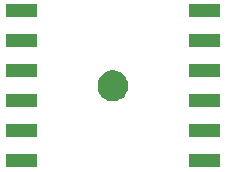
<source format=gbr>
G04 #@! TF.GenerationSoftware,KiCad,Pcbnew,5.1.5-52549c5~84~ubuntu18.04.1*
G04 #@! TF.CreationDate,2020-03-23T20:50:24+05:30*
G04 #@! TF.ProjectId,L80_adapter,4c38305f-6164-4617-9074-65722e6b6963,rev?*
G04 #@! TF.SameCoordinates,Original*
G04 #@! TF.FileFunction,Soldermask,Top*
G04 #@! TF.FilePolarity,Negative*
%FSLAX46Y46*%
G04 Gerber Fmt 4.6, Leading zero omitted, Abs format (unit mm)*
G04 Created by KiCad (PCBNEW 5.1.5-52549c5~84~ubuntu18.04.1) date 2020-03-23 20:50:24*
%MOMM*%
%LPD*%
G04 APERTURE LIST*
%ADD10C,0.100000*%
G04 APERTURE END LIST*
D10*
G36*
X93542674Y-105799789D02*
G01*
X93544471Y-105800335D01*
X93546129Y-105801221D01*
X93547585Y-105802415D01*
X93548779Y-105803871D01*
X93549665Y-105805529D01*
X93550211Y-105807326D01*
X93551000Y-105815341D01*
X93551000Y-106884659D01*
X93550211Y-106892674D01*
X93549665Y-106894471D01*
X93548779Y-106896129D01*
X93547585Y-106897585D01*
X93546129Y-106898779D01*
X93544471Y-106899665D01*
X93542674Y-106900211D01*
X93534659Y-106901000D01*
X90965341Y-106901000D01*
X90957326Y-106900211D01*
X90955529Y-106899665D01*
X90953871Y-106898779D01*
X90952415Y-106897585D01*
X90951221Y-106896129D01*
X90950335Y-106894471D01*
X90949789Y-106892674D01*
X90949000Y-106884659D01*
X90949000Y-105815341D01*
X90949789Y-105807326D01*
X90950335Y-105805529D01*
X90951221Y-105803871D01*
X90952415Y-105802415D01*
X90953871Y-105801221D01*
X90955529Y-105800335D01*
X90957326Y-105799789D01*
X90965341Y-105799000D01*
X93534659Y-105799000D01*
X93542674Y-105799789D01*
G37*
G36*
X109042674Y-105799789D02*
G01*
X109044471Y-105800335D01*
X109046129Y-105801221D01*
X109047585Y-105802415D01*
X109048779Y-105803871D01*
X109049665Y-105805529D01*
X109050211Y-105807326D01*
X109051000Y-105815341D01*
X109051000Y-106884659D01*
X109050211Y-106892674D01*
X109049665Y-106894471D01*
X109048779Y-106896129D01*
X109047585Y-106897585D01*
X109046129Y-106898779D01*
X109044471Y-106899665D01*
X109042674Y-106900211D01*
X109034659Y-106901000D01*
X106465341Y-106901000D01*
X106457326Y-106900211D01*
X106455529Y-106899665D01*
X106453871Y-106898779D01*
X106452415Y-106897585D01*
X106451221Y-106896129D01*
X106450335Y-106894471D01*
X106449789Y-106892674D01*
X106449000Y-106884659D01*
X106449000Y-105815341D01*
X106449789Y-105807326D01*
X106450335Y-105805529D01*
X106451221Y-105803871D01*
X106452415Y-105802415D01*
X106453871Y-105801221D01*
X106455529Y-105800335D01*
X106457326Y-105799789D01*
X106465341Y-105799000D01*
X109034659Y-105799000D01*
X109042674Y-105799789D01*
G37*
G36*
X109042674Y-103259789D02*
G01*
X109044471Y-103260335D01*
X109046129Y-103261221D01*
X109047585Y-103262415D01*
X109048779Y-103263871D01*
X109049665Y-103265529D01*
X109050211Y-103267326D01*
X109051000Y-103275341D01*
X109051000Y-104344659D01*
X109050211Y-104352674D01*
X109049665Y-104354471D01*
X109048779Y-104356129D01*
X109047585Y-104357585D01*
X109046129Y-104358779D01*
X109044471Y-104359665D01*
X109042674Y-104360211D01*
X109034659Y-104361000D01*
X106465341Y-104361000D01*
X106457326Y-104360211D01*
X106455529Y-104359665D01*
X106453871Y-104358779D01*
X106452415Y-104357585D01*
X106451221Y-104356129D01*
X106450335Y-104354471D01*
X106449789Y-104352674D01*
X106449000Y-104344659D01*
X106449000Y-103275341D01*
X106449789Y-103267326D01*
X106450335Y-103265529D01*
X106451221Y-103263871D01*
X106452415Y-103262415D01*
X106453871Y-103261221D01*
X106455529Y-103260335D01*
X106457326Y-103259789D01*
X106465341Y-103259000D01*
X109034659Y-103259000D01*
X109042674Y-103259789D01*
G37*
G36*
X93542674Y-103259789D02*
G01*
X93544471Y-103260335D01*
X93546129Y-103261221D01*
X93547585Y-103262415D01*
X93548779Y-103263871D01*
X93549665Y-103265529D01*
X93550211Y-103267326D01*
X93551000Y-103275341D01*
X93551000Y-104344659D01*
X93550211Y-104352674D01*
X93549665Y-104354471D01*
X93548779Y-104356129D01*
X93547585Y-104357585D01*
X93546129Y-104358779D01*
X93544471Y-104359665D01*
X93542674Y-104360211D01*
X93534659Y-104361000D01*
X90965341Y-104361000D01*
X90957326Y-104360211D01*
X90955529Y-104359665D01*
X90953871Y-104358779D01*
X90952415Y-104357585D01*
X90951221Y-104356129D01*
X90950335Y-104354471D01*
X90949789Y-104352674D01*
X90949000Y-104344659D01*
X90949000Y-103275341D01*
X90949789Y-103267326D01*
X90950335Y-103265529D01*
X90951221Y-103263871D01*
X90952415Y-103262415D01*
X90953871Y-103261221D01*
X90955529Y-103260335D01*
X90957326Y-103259789D01*
X90965341Y-103259000D01*
X93534659Y-103259000D01*
X93542674Y-103259789D01*
G37*
G36*
X109042674Y-100719789D02*
G01*
X109044471Y-100720335D01*
X109046129Y-100721221D01*
X109047585Y-100722415D01*
X109048779Y-100723871D01*
X109049665Y-100725529D01*
X109050211Y-100727326D01*
X109051000Y-100735341D01*
X109051000Y-101804659D01*
X109050211Y-101812674D01*
X109049665Y-101814471D01*
X109048779Y-101816129D01*
X109047585Y-101817585D01*
X109046129Y-101818779D01*
X109044471Y-101819665D01*
X109042674Y-101820211D01*
X109034659Y-101821000D01*
X106465341Y-101821000D01*
X106457326Y-101820211D01*
X106455529Y-101819665D01*
X106453871Y-101818779D01*
X106452415Y-101817585D01*
X106451221Y-101816129D01*
X106450335Y-101814471D01*
X106449789Y-101812674D01*
X106449000Y-101804659D01*
X106449000Y-100735341D01*
X106449789Y-100727326D01*
X106450335Y-100725529D01*
X106451221Y-100723871D01*
X106452415Y-100722415D01*
X106453871Y-100721221D01*
X106455529Y-100720335D01*
X106457326Y-100719789D01*
X106465341Y-100719000D01*
X109034659Y-100719000D01*
X109042674Y-100719789D01*
G37*
G36*
X93542674Y-100719789D02*
G01*
X93544471Y-100720335D01*
X93546129Y-100721221D01*
X93547585Y-100722415D01*
X93548779Y-100723871D01*
X93549665Y-100725529D01*
X93550211Y-100727326D01*
X93551000Y-100735341D01*
X93551000Y-101804659D01*
X93550211Y-101812674D01*
X93549665Y-101814471D01*
X93548779Y-101816129D01*
X93547585Y-101817585D01*
X93546129Y-101818779D01*
X93544471Y-101819665D01*
X93542674Y-101820211D01*
X93534659Y-101821000D01*
X90965341Y-101821000D01*
X90957326Y-101820211D01*
X90955529Y-101819665D01*
X90953871Y-101818779D01*
X90952415Y-101817585D01*
X90951221Y-101816129D01*
X90950335Y-101814471D01*
X90949789Y-101812674D01*
X90949000Y-101804659D01*
X90949000Y-100735341D01*
X90949789Y-100727326D01*
X90950335Y-100725529D01*
X90951221Y-100723871D01*
X90952415Y-100722415D01*
X90953871Y-100721221D01*
X90955529Y-100720335D01*
X90957326Y-100719789D01*
X90965341Y-100719000D01*
X93534659Y-100719000D01*
X93542674Y-100719789D01*
G37*
G36*
X100379487Y-98748996D02*
G01*
X100616253Y-98847068D01*
X100616255Y-98847069D01*
X100829339Y-98989447D01*
X101010553Y-99170661D01*
X101082865Y-99278883D01*
X101152932Y-99383747D01*
X101251004Y-99620513D01*
X101301000Y-99871861D01*
X101301000Y-100128139D01*
X101251004Y-100379487D01*
X101152932Y-100616253D01*
X101152931Y-100616255D01*
X101010553Y-100829339D01*
X100829339Y-101010553D01*
X100616255Y-101152931D01*
X100616254Y-101152932D01*
X100616253Y-101152932D01*
X100379487Y-101251004D01*
X100128139Y-101301000D01*
X99871861Y-101301000D01*
X99620513Y-101251004D01*
X99383747Y-101152932D01*
X99383746Y-101152932D01*
X99383745Y-101152931D01*
X99170661Y-101010553D01*
X98989447Y-100829339D01*
X98847069Y-100616255D01*
X98847068Y-100616253D01*
X98748996Y-100379487D01*
X98699000Y-100128139D01*
X98699000Y-99871861D01*
X98748996Y-99620513D01*
X98847068Y-99383747D01*
X98917136Y-99278883D01*
X98989447Y-99170661D01*
X99170661Y-98989447D01*
X99383745Y-98847069D01*
X99383747Y-98847068D01*
X99620513Y-98748996D01*
X99871861Y-98699000D01*
X100128139Y-98699000D01*
X100379487Y-98748996D01*
G37*
G36*
X93542674Y-98179789D02*
G01*
X93544471Y-98180335D01*
X93546129Y-98181221D01*
X93547585Y-98182415D01*
X93548779Y-98183871D01*
X93549665Y-98185529D01*
X93550211Y-98187326D01*
X93551000Y-98195341D01*
X93551000Y-99264659D01*
X93550211Y-99272674D01*
X93549665Y-99274471D01*
X93548779Y-99276129D01*
X93547585Y-99277585D01*
X93546129Y-99278779D01*
X93544471Y-99279665D01*
X93542674Y-99280211D01*
X93534659Y-99281000D01*
X90965341Y-99281000D01*
X90957326Y-99280211D01*
X90955529Y-99279665D01*
X90953871Y-99278779D01*
X90952415Y-99277585D01*
X90951221Y-99276129D01*
X90950335Y-99274471D01*
X90949789Y-99272674D01*
X90949000Y-99264659D01*
X90949000Y-98195341D01*
X90949789Y-98187326D01*
X90950335Y-98185529D01*
X90951221Y-98183871D01*
X90952415Y-98182415D01*
X90953871Y-98181221D01*
X90955529Y-98180335D01*
X90957326Y-98179789D01*
X90965341Y-98179000D01*
X93534659Y-98179000D01*
X93542674Y-98179789D01*
G37*
G36*
X109042674Y-98179789D02*
G01*
X109044471Y-98180335D01*
X109046129Y-98181221D01*
X109047585Y-98182415D01*
X109048779Y-98183871D01*
X109049665Y-98185529D01*
X109050211Y-98187326D01*
X109051000Y-98195341D01*
X109051000Y-99264659D01*
X109050211Y-99272674D01*
X109049665Y-99274471D01*
X109048779Y-99276129D01*
X109047585Y-99277585D01*
X109046129Y-99278779D01*
X109044471Y-99279665D01*
X109042674Y-99280211D01*
X109034659Y-99281000D01*
X106465341Y-99281000D01*
X106457326Y-99280211D01*
X106455529Y-99279665D01*
X106453871Y-99278779D01*
X106452415Y-99277585D01*
X106451221Y-99276129D01*
X106450335Y-99274471D01*
X106449789Y-99272674D01*
X106449000Y-99264659D01*
X106449000Y-98195341D01*
X106449789Y-98187326D01*
X106450335Y-98185529D01*
X106451221Y-98183871D01*
X106452415Y-98182415D01*
X106453871Y-98181221D01*
X106455529Y-98180335D01*
X106457326Y-98179789D01*
X106465341Y-98179000D01*
X109034659Y-98179000D01*
X109042674Y-98179789D01*
G37*
G36*
X93542674Y-95639789D02*
G01*
X93544471Y-95640335D01*
X93546129Y-95641221D01*
X93547585Y-95642415D01*
X93548779Y-95643871D01*
X93549665Y-95645529D01*
X93550211Y-95647326D01*
X93551000Y-95655341D01*
X93551000Y-96724659D01*
X93550211Y-96732674D01*
X93549665Y-96734471D01*
X93548779Y-96736129D01*
X93547585Y-96737585D01*
X93546129Y-96738779D01*
X93544471Y-96739665D01*
X93542674Y-96740211D01*
X93534659Y-96741000D01*
X90965341Y-96741000D01*
X90957326Y-96740211D01*
X90955529Y-96739665D01*
X90953871Y-96738779D01*
X90952415Y-96737585D01*
X90951221Y-96736129D01*
X90950335Y-96734471D01*
X90949789Y-96732674D01*
X90949000Y-96724659D01*
X90949000Y-95655341D01*
X90949789Y-95647326D01*
X90950335Y-95645529D01*
X90951221Y-95643871D01*
X90952415Y-95642415D01*
X90953871Y-95641221D01*
X90955529Y-95640335D01*
X90957326Y-95639789D01*
X90965341Y-95639000D01*
X93534659Y-95639000D01*
X93542674Y-95639789D01*
G37*
G36*
X109042674Y-95639789D02*
G01*
X109044471Y-95640335D01*
X109046129Y-95641221D01*
X109047585Y-95642415D01*
X109048779Y-95643871D01*
X109049665Y-95645529D01*
X109050211Y-95647326D01*
X109051000Y-95655341D01*
X109051000Y-96724659D01*
X109050211Y-96732674D01*
X109049665Y-96734471D01*
X109048779Y-96736129D01*
X109047585Y-96737585D01*
X109046129Y-96738779D01*
X109044471Y-96739665D01*
X109042674Y-96740211D01*
X109034659Y-96741000D01*
X106465341Y-96741000D01*
X106457326Y-96740211D01*
X106455529Y-96739665D01*
X106453871Y-96738779D01*
X106452415Y-96737585D01*
X106451221Y-96736129D01*
X106450335Y-96734471D01*
X106449789Y-96732674D01*
X106449000Y-96724659D01*
X106449000Y-95655341D01*
X106449789Y-95647326D01*
X106450335Y-95645529D01*
X106451221Y-95643871D01*
X106452415Y-95642415D01*
X106453871Y-95641221D01*
X106455529Y-95640335D01*
X106457326Y-95639789D01*
X106465341Y-95639000D01*
X109034659Y-95639000D01*
X109042674Y-95639789D01*
G37*
G36*
X93542674Y-93099789D02*
G01*
X93544471Y-93100335D01*
X93546129Y-93101221D01*
X93547585Y-93102415D01*
X93548779Y-93103871D01*
X93549665Y-93105529D01*
X93550211Y-93107326D01*
X93551000Y-93115341D01*
X93551000Y-94184659D01*
X93550211Y-94192674D01*
X93549665Y-94194471D01*
X93548779Y-94196129D01*
X93547585Y-94197585D01*
X93546129Y-94198779D01*
X93544471Y-94199665D01*
X93542674Y-94200211D01*
X93534659Y-94201000D01*
X90965341Y-94201000D01*
X90957326Y-94200211D01*
X90955529Y-94199665D01*
X90953871Y-94198779D01*
X90952415Y-94197585D01*
X90951221Y-94196129D01*
X90950335Y-94194471D01*
X90949789Y-94192674D01*
X90949000Y-94184659D01*
X90949000Y-93115341D01*
X90949789Y-93107326D01*
X90950335Y-93105529D01*
X90951221Y-93103871D01*
X90952415Y-93102415D01*
X90953871Y-93101221D01*
X90955529Y-93100335D01*
X90957326Y-93099789D01*
X90965341Y-93099000D01*
X93534659Y-93099000D01*
X93542674Y-93099789D01*
G37*
G36*
X109042674Y-93099789D02*
G01*
X109044471Y-93100335D01*
X109046129Y-93101221D01*
X109047585Y-93102415D01*
X109048779Y-93103871D01*
X109049665Y-93105529D01*
X109050211Y-93107326D01*
X109051000Y-93115341D01*
X109051000Y-94184659D01*
X109050211Y-94192674D01*
X109049665Y-94194471D01*
X109048779Y-94196129D01*
X109047585Y-94197585D01*
X109046129Y-94198779D01*
X109044471Y-94199665D01*
X109042674Y-94200211D01*
X109034659Y-94201000D01*
X106465341Y-94201000D01*
X106457326Y-94200211D01*
X106455529Y-94199665D01*
X106453871Y-94198779D01*
X106452415Y-94197585D01*
X106451221Y-94196129D01*
X106450335Y-94194471D01*
X106449789Y-94192674D01*
X106449000Y-94184659D01*
X106449000Y-93115341D01*
X106449789Y-93107326D01*
X106450335Y-93105529D01*
X106451221Y-93103871D01*
X106452415Y-93102415D01*
X106453871Y-93101221D01*
X106455529Y-93100335D01*
X106457326Y-93099789D01*
X106465341Y-93099000D01*
X109034659Y-93099000D01*
X109042674Y-93099789D01*
G37*
M02*

</source>
